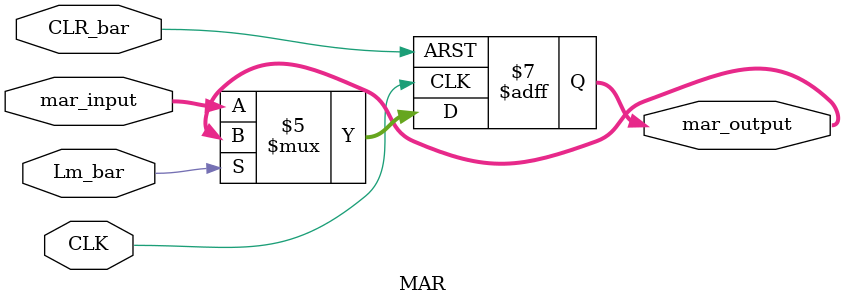
<source format=sv>
module MAR (
		//sync signals
		input logic CLK,
		input logic CLR_bar,

		//control signals
        input logic Lm_bar,

        //input from W bus
        input wire [3:0] mar_input,

        //output to RAM
        output logic [3:0] mar_output
    );

    always_ff @ (posedge CLK or negedge CLR_bar) begin
    	if(~CLR_bar) mar_output <= 4'hF;
    	else begin
	        if(~Lm_bar) mar_output <= mar_input;
	        else mar_output <= mar_output;
	end
    end
    
endmodule
</source>
